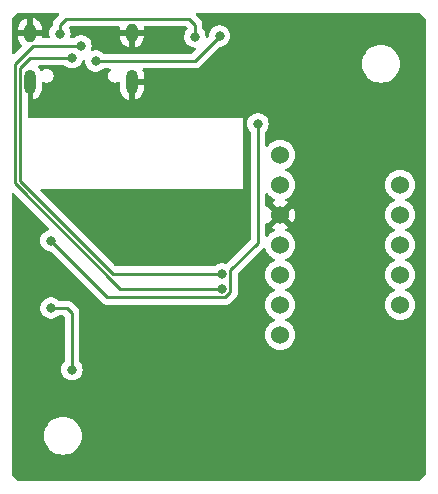
<source format=gbr>
%TF.GenerationSoftware,KiCad,Pcbnew,7.0.8*%
%TF.CreationDate,2024-11-10T19:19:34+09:00*%
%TF.ProjectId,JellyTracker_V0.5.0,4a656c6c-7954-4726-9163-6b65725f5630,rev?*%
%TF.SameCoordinates,Original*%
%TF.FileFunction,Copper,L2,Bot*%
%TF.FilePolarity,Positive*%
%FSLAX46Y46*%
G04 Gerber Fmt 4.6, Leading zero omitted, Abs format (unit mm)*
G04 Created by KiCad (PCBNEW 7.0.8) date 2024-11-10 19:19:34*
%MOMM*%
%LPD*%
G01*
G04 APERTURE LIST*
%TA.AperFunction,ComponentPad*%
%ADD10O,1.000000X2.100000*%
%TD*%
%TA.AperFunction,ComponentPad*%
%ADD11O,1.000000X1.600000*%
%TD*%
%TA.AperFunction,ComponentPad*%
%ADD12C,1.524000*%
%TD*%
%TA.AperFunction,ViaPad*%
%ADD13C,0.800000*%
%TD*%
%TA.AperFunction,Conductor*%
%ADD14C,0.250000*%
%TD*%
G04 APERTURE END LIST*
D10*
%TO.P,J1,S1,SHIELD*%
%TO.N,GND*%
X10416000Y-6126000D03*
D11*
X10416000Y-1946000D03*
D10*
X1776000Y-6126000D03*
D11*
X1776000Y-1946000D03*
%TD*%
D12*
%TO.P,U2,1,VIN*%
%TO.N,unconnected-(U2-VIN-Pad1)*%
X22960000Y-12292000D03*
%TO.P,U2,2,3V3*%
%TO.N,3.3V*%
X22960000Y-14832000D03*
%TO.P,U2,3,GND*%
%TO.N,GND*%
X22960000Y-17372000D03*
%TO.P,U2,4,SCL*%
%TO.N,SCL*%
X22960000Y-19912000D03*
%TO.P,U2,5,SDA*%
%TO.N,SDA*%
X22960000Y-22452000D03*
%TO.P,U2,6,CS*%
%TO.N,unconnected-(U2-CS-Pad6)*%
X22960000Y-24992000D03*
%TO.P,U2,7,SDO*%
%TO.N,unconnected-(U2-SDO-Pad7)*%
X22960000Y-27532000D03*
%TO.P,U2,8,OCS*%
%TO.N,unconnected-(U2-OCS-Pad8)*%
X33120000Y-14832000D03*
%TO.P,U2,9,INT2*%
%TO.N,unconnected-(U2-INT2-Pad9)*%
X33120000Y-17372000D03*
%TO.P,U2,10,INT1*%
%TO.N,unconnected-(U2-INT1-Pad10)*%
X33120000Y-19912000D03*
%TO.P,U2,11,SCX*%
%TO.N,unconnected-(U2-SCX-Pad11)*%
X33120000Y-22452000D03*
%TO.P,U2,12,SDX*%
%TO.N,unconnected-(U2-SDX-Pad12)*%
X33120000Y-24992000D03*
%TD*%
D13*
%TO.N,Net-(J1-CC1)*%
X7346000Y-4338000D03*
X17838500Y-2231719D03*
%TO.N,D+*%
X5334000Y-4064000D03*
X18034000Y-22352000D03*
%TO.N,D-*%
X18034000Y-23622000D03*
X6096000Y-3048000D03*
%TO.N,Net-(J1-CC2)*%
X15748000Y-2286000D03*
X4318000Y-2032000D03*
%TO.N,NotLow*%
X5334000Y-30480000D03*
X3556000Y-25256000D03*
%TO.N,EN{slash}ESP*%
X3556000Y-19558000D03*
X21082000Y-9652000D03*
%TO.N,GND*%
X1270000Y-35560000D03*
X15240000Y-19050000D03*
X29210000Y-27940000D03*
X33020000Y-31750000D03*
X24892000Y-17272000D03*
X24384000Y-5080000D03*
X34290000Y-1270000D03*
X10160000Y-16510000D03*
X12700000Y-16510000D03*
X29210000Y-16510000D03*
X24130000Y-31750000D03*
X29210000Y-20320000D03*
X1270000Y-31750000D03*
X7620000Y-35560000D03*
X10668000Y-28194000D03*
X15240000Y-16510000D03*
X29210000Y-31750000D03*
X33020000Y-8890000D03*
X10160000Y-19050000D03*
X29210000Y-24130000D03*
X33020000Y-12700000D03*
X17780000Y-39370000D03*
X12700000Y-19050000D03*
X12700000Y-39370000D03*
X24130000Y-35560000D03*
X17780000Y-16510000D03*
X17780000Y-35560000D03*
X24130000Y-39370000D03*
X7620000Y-16510000D03*
X29210000Y-12700000D03*
X29210000Y-8890000D03*
X12700000Y-35560000D03*
X16256000Y-28194000D03*
X33020000Y-27940000D03*
X7620000Y-39370000D03*
X1270000Y-39370000D03*
X29210000Y-1270000D03*
%TD*%
D14*
%TO.N,Net-(J1-CC1)*%
X17838500Y-2231719D02*
X15732219Y-4338000D01*
X17580281Y-2231719D02*
X17838500Y-2231719D01*
X15732219Y-4338000D02*
X7346000Y-4338000D01*
%TO.N,D+*%
X951000Y-4891000D02*
X1778000Y-4064000D01*
X8801222Y-22352000D02*
X951000Y-14501778D01*
X951000Y-14501778D02*
X951000Y-4891000D01*
X18034000Y-22352000D02*
X8801222Y-22352000D01*
X1778000Y-4064000D02*
X5334000Y-4064000D01*
%TO.N,D-*%
X9434826Y-23622000D02*
X501000Y-14688174D01*
X501000Y-14688174D02*
X501000Y-4579000D01*
X18034000Y-23622000D02*
X9434826Y-23622000D01*
X2032000Y-3048000D02*
X6096000Y-3048000D01*
X501000Y-4579000D02*
X2032000Y-3048000D01*
%TO.N,Net-(J1-CC2)*%
X15748000Y-1270000D02*
X15240000Y-762000D01*
X15748000Y-2286000D02*
X15748000Y-1270000D01*
X4318000Y-1270000D02*
X4318000Y-2032000D01*
X4826000Y-762000D02*
X4318000Y-1270000D01*
X15240000Y-762000D02*
X4826000Y-762000D01*
%TO.N,NotLow*%
X5334000Y-25654000D02*
X5334000Y-30480000D01*
X3556000Y-25256000D02*
X4936000Y-25256000D01*
X4936000Y-25256000D02*
X5334000Y-25654000D01*
%TO.N,EN{slash}ESP*%
X18759000Y-22051695D02*
X18759000Y-23922305D01*
X18759000Y-23922305D02*
X18334305Y-24347000D01*
X18334305Y-24347000D02*
X8345000Y-24347000D01*
X8345000Y-24347000D02*
X3556000Y-19558000D01*
X21082000Y-9652000D02*
X21082000Y-19728695D01*
X21082000Y-19728695D02*
X18759000Y-22051695D01*
%TO.N,GND*%
X24892000Y-5588000D02*
X24384000Y-5080000D01*
X10668000Y-28194000D02*
X16256000Y-28194000D01*
X24892000Y-17272000D02*
X24892000Y-5588000D01*
%TD*%
%TA.AperFunction,Conductor*%
%TO.N,GND*%
G36*
X34813677Y-273685D02*
G01*
X34834319Y-290319D01*
X35269681Y-725681D01*
X35303166Y-787004D01*
X35306000Y-813362D01*
X35306000Y-39318638D01*
X35286315Y-39385677D01*
X35269681Y-39406319D01*
X34834319Y-39841681D01*
X34772996Y-39875166D01*
X34746638Y-39878000D01*
X813362Y-39878000D01*
X746323Y-39858315D01*
X725681Y-39841681D01*
X290319Y-39406319D01*
X256834Y-39344996D01*
X254000Y-39318638D01*
X254000Y-36068000D01*
X2966551Y-36068000D01*
X2986317Y-36319151D01*
X3045126Y-36564110D01*
X3141533Y-36796859D01*
X3273160Y-37011653D01*
X3273161Y-37011656D01*
X3273164Y-37011659D01*
X3436776Y-37203224D01*
X3585066Y-37329875D01*
X3628343Y-37366838D01*
X3628346Y-37366839D01*
X3843140Y-37498466D01*
X4075889Y-37594873D01*
X4320852Y-37653683D01*
X4476950Y-37665968D01*
X4509116Y-37668500D01*
X4509118Y-37668500D01*
X4634884Y-37668500D01*
X4664518Y-37666167D01*
X4823148Y-37653683D01*
X5068111Y-37594873D01*
X5300859Y-37498466D01*
X5515659Y-37366836D01*
X5707224Y-37203224D01*
X5870836Y-37011659D01*
X6002466Y-36796859D01*
X6098873Y-36564111D01*
X6157683Y-36319148D01*
X6177449Y-36068000D01*
X6157683Y-35816852D01*
X6098873Y-35571889D01*
X6002466Y-35339141D01*
X6002466Y-35339140D01*
X5870839Y-35124346D01*
X5870838Y-35124343D01*
X5833875Y-35081066D01*
X5707224Y-34932776D01*
X5580571Y-34824604D01*
X5515656Y-34769161D01*
X5515653Y-34769160D01*
X5300859Y-34637533D01*
X5068110Y-34541126D01*
X4823150Y-34482317D01*
X4634884Y-34467500D01*
X4634882Y-34467500D01*
X4509118Y-34467500D01*
X4509116Y-34467500D01*
X4320849Y-34482317D01*
X4075889Y-34541126D01*
X3843140Y-34637533D01*
X3628346Y-34769160D01*
X3628343Y-34769161D01*
X3436776Y-34932776D01*
X3273161Y-35124343D01*
X3273160Y-35124346D01*
X3141533Y-35339140D01*
X3045126Y-35571889D01*
X2986317Y-35816848D01*
X2966551Y-36068000D01*
X254000Y-36068000D01*
X254000Y-25256000D01*
X2650540Y-25256000D01*
X2670326Y-25444256D01*
X2670327Y-25444259D01*
X2728818Y-25624277D01*
X2728821Y-25624284D01*
X2823467Y-25788216D01*
X2925185Y-25901185D01*
X2950129Y-25928888D01*
X3103265Y-26040148D01*
X3103270Y-26040151D01*
X3276192Y-26117142D01*
X3276197Y-26117144D01*
X3461354Y-26156500D01*
X3461355Y-26156500D01*
X3650644Y-26156500D01*
X3650646Y-26156500D01*
X3835803Y-26117144D01*
X4008730Y-26040151D01*
X4161871Y-25928888D01*
X4164788Y-25925647D01*
X4167600Y-25922526D01*
X4227087Y-25885879D01*
X4259748Y-25881500D01*
X4584500Y-25881500D01*
X4651539Y-25901185D01*
X4697294Y-25953989D01*
X4708500Y-26005500D01*
X4708500Y-29781312D01*
X4688815Y-29848351D01*
X4676650Y-29864284D01*
X4601466Y-29947784D01*
X4506821Y-30111715D01*
X4506818Y-30111722D01*
X4448327Y-30291740D01*
X4448326Y-30291744D01*
X4428540Y-30480000D01*
X4448326Y-30668256D01*
X4448327Y-30668259D01*
X4506818Y-30848277D01*
X4506821Y-30848284D01*
X4601467Y-31012216D01*
X4728129Y-31152888D01*
X4881265Y-31264148D01*
X4881270Y-31264151D01*
X5054192Y-31341142D01*
X5054197Y-31341144D01*
X5239354Y-31380500D01*
X5239355Y-31380500D01*
X5428644Y-31380500D01*
X5428646Y-31380500D01*
X5613803Y-31341144D01*
X5786730Y-31264151D01*
X5939871Y-31152888D01*
X6066533Y-31012216D01*
X6161179Y-30848284D01*
X6219674Y-30668256D01*
X6239460Y-30480000D01*
X6219674Y-30291744D01*
X6161179Y-30111716D01*
X6066533Y-29947784D01*
X5991350Y-29864284D01*
X5961120Y-29801292D01*
X5959500Y-29781312D01*
X5959500Y-25736742D01*
X5961224Y-25721122D01*
X5960939Y-25721096D01*
X5961671Y-25713340D01*
X5961673Y-25713333D01*
X5959500Y-25644185D01*
X5959500Y-25614650D01*
X5958631Y-25607772D01*
X5958172Y-25601943D01*
X5956709Y-25555372D01*
X5951122Y-25536144D01*
X5947174Y-25517084D01*
X5944663Y-25497204D01*
X5927512Y-25453887D01*
X5925619Y-25448358D01*
X5912618Y-25403609D01*
X5912616Y-25403606D01*
X5902423Y-25386371D01*
X5893861Y-25368894D01*
X5886487Y-25350270D01*
X5886486Y-25350268D01*
X5859079Y-25312545D01*
X5855888Y-25307686D01*
X5832172Y-25267583D01*
X5832166Y-25267575D01*
X5818007Y-25253417D01*
X5805370Y-25238622D01*
X5793594Y-25222413D01*
X5757690Y-25192710D01*
X5753368Y-25188777D01*
X5436806Y-24872216D01*
X5426981Y-24859952D01*
X5426760Y-24860136D01*
X5421785Y-24854121D01*
X5388813Y-24823159D01*
X5371364Y-24806773D01*
X5360831Y-24796240D01*
X5350475Y-24785883D01*
X5344986Y-24781625D01*
X5340561Y-24777847D01*
X5306582Y-24745938D01*
X5306580Y-24745936D01*
X5306577Y-24745935D01*
X5289029Y-24736288D01*
X5272763Y-24725604D01*
X5256933Y-24713325D01*
X5214168Y-24694818D01*
X5208922Y-24692248D01*
X5168093Y-24669803D01*
X5168092Y-24669802D01*
X5148693Y-24664822D01*
X5130281Y-24658518D01*
X5111898Y-24650562D01*
X5111892Y-24650560D01*
X5065874Y-24643272D01*
X5060152Y-24642087D01*
X5015021Y-24630500D01*
X5015019Y-24630500D01*
X4994984Y-24630500D01*
X4975586Y-24628973D01*
X4968162Y-24627797D01*
X4955805Y-24625840D01*
X4955804Y-24625840D01*
X4909416Y-24630225D01*
X4903578Y-24630500D01*
X4259748Y-24630500D01*
X4192709Y-24610815D01*
X4167600Y-24589474D01*
X4161873Y-24583114D01*
X4161869Y-24583110D01*
X4008734Y-24471851D01*
X4008729Y-24471848D01*
X3835807Y-24394857D01*
X3835802Y-24394855D01*
X3664007Y-24358340D01*
X3650646Y-24355500D01*
X3461354Y-24355500D01*
X3447993Y-24358340D01*
X3276197Y-24394855D01*
X3276192Y-24394857D01*
X3103270Y-24471848D01*
X3103265Y-24471851D01*
X2950129Y-24583111D01*
X2823466Y-24723785D01*
X2728821Y-24887715D01*
X2728818Y-24887722D01*
X2694936Y-24992002D01*
X2670326Y-25067744D01*
X2650540Y-25256000D01*
X254000Y-25256000D01*
X254000Y-15625126D01*
X273685Y-15558087D01*
X326489Y-15512332D01*
X395647Y-15502388D01*
X459203Y-15531413D01*
X465681Y-15537445D01*
X3402443Y-18474207D01*
X3435928Y-18535530D01*
X3430944Y-18605222D01*
X3389072Y-18661155D01*
X3340544Y-18683178D01*
X3276196Y-18696856D01*
X3276192Y-18696857D01*
X3103270Y-18773848D01*
X3103265Y-18773851D01*
X2950129Y-18885111D01*
X2823466Y-19025785D01*
X2728821Y-19189715D01*
X2728818Y-19189722D01*
X2670327Y-19369740D01*
X2670326Y-19369744D01*
X2650540Y-19558000D01*
X2670326Y-19746256D01*
X2670327Y-19746259D01*
X2728818Y-19926277D01*
X2728821Y-19926284D01*
X2823467Y-20090216D01*
X2935356Y-20214481D01*
X2950129Y-20230888D01*
X3103265Y-20342148D01*
X3103270Y-20342151D01*
X3276192Y-20419142D01*
X3276197Y-20419144D01*
X3461354Y-20458500D01*
X3520548Y-20458500D01*
X3587587Y-20478185D01*
X3608229Y-20494819D01*
X7844194Y-24730784D01*
X7854019Y-24743048D01*
X7854240Y-24742866D01*
X7859210Y-24748873D01*
X7859213Y-24748876D01*
X7859214Y-24748877D01*
X7909651Y-24796241D01*
X7930530Y-24817120D01*
X7936004Y-24821366D01*
X7940442Y-24825156D01*
X7974418Y-24857062D01*
X7974422Y-24857064D01*
X7991973Y-24866713D01*
X8008231Y-24877392D01*
X8024064Y-24889674D01*
X8046015Y-24899172D01*
X8066837Y-24908183D01*
X8072081Y-24910752D01*
X8112908Y-24933197D01*
X8132312Y-24938179D01*
X8150710Y-24944478D01*
X8169105Y-24952438D01*
X8215129Y-24959726D01*
X8220832Y-24960907D01*
X8265981Y-24972500D01*
X8286016Y-24972500D01*
X8305413Y-24974026D01*
X8325196Y-24977160D01*
X8371584Y-24972775D01*
X8377422Y-24972500D01*
X18251562Y-24972500D01*
X18267182Y-24974224D01*
X18267209Y-24973939D01*
X18274965Y-24974671D01*
X18274972Y-24974673D01*
X18344119Y-24972500D01*
X18373655Y-24972500D01*
X18380533Y-24971630D01*
X18386346Y-24971172D01*
X18432932Y-24969709D01*
X18452174Y-24964117D01*
X18471217Y-24960174D01*
X18491097Y-24957664D01*
X18534427Y-24940507D01*
X18539951Y-24938617D01*
X18543701Y-24937527D01*
X18584695Y-24925618D01*
X18601934Y-24915422D01*
X18619408Y-24906862D01*
X18638032Y-24899488D01*
X18638032Y-24899487D01*
X18638037Y-24899486D01*
X18675754Y-24872082D01*
X18680610Y-24868892D01*
X18720725Y-24845170D01*
X18734894Y-24830999D01*
X18749684Y-24818368D01*
X18765892Y-24806594D01*
X18795604Y-24770676D01*
X18799517Y-24766376D01*
X19142785Y-24423108D01*
X19155041Y-24413292D01*
X19154858Y-24413070D01*
X19160875Y-24408092D01*
X19160874Y-24408092D01*
X19160877Y-24408091D01*
X19185251Y-24382134D01*
X19208227Y-24357669D01*
X19218671Y-24347223D01*
X19229120Y-24336776D01*
X19233379Y-24331283D01*
X19237152Y-24326866D01*
X19269062Y-24292887D01*
X19278713Y-24275329D01*
X19289396Y-24259066D01*
X19301673Y-24243241D01*
X19320185Y-24200458D01*
X19322738Y-24195246D01*
X19345197Y-24154397D01*
X19350180Y-24134985D01*
X19356481Y-24116585D01*
X19364437Y-24098201D01*
X19371729Y-24052157D01*
X19372906Y-24046476D01*
X19384500Y-24001324D01*
X19384500Y-23981288D01*
X19386027Y-23961887D01*
X19389160Y-23942109D01*
X19384775Y-23895720D01*
X19384500Y-23889882D01*
X19384500Y-22362147D01*
X19404185Y-22295108D01*
X19420819Y-22274466D01*
X20434179Y-21261106D01*
X21465788Y-20229496D01*
X21478042Y-20219681D01*
X21477859Y-20219459D01*
X21483869Y-20214485D01*
X21483877Y-20214481D01*
X21525977Y-20169649D01*
X21586218Y-20134254D01*
X21656031Y-20137046D01*
X21713253Y-20177140D01*
X21736144Y-20222438D01*
X21769104Y-20345444D01*
X21769105Y-20345446D01*
X21769106Y-20345450D01*
X21803469Y-20419142D01*
X21862466Y-20545662D01*
X21862468Y-20545666D01*
X21989170Y-20726615D01*
X21989175Y-20726621D01*
X22145378Y-20882824D01*
X22145384Y-20882829D01*
X22326333Y-21009531D01*
X22326335Y-21009532D01*
X22326338Y-21009534D01*
X22445748Y-21065215D01*
X22455189Y-21069618D01*
X22507628Y-21115790D01*
X22526780Y-21182984D01*
X22506564Y-21249865D01*
X22455189Y-21294382D01*
X22326340Y-21354465D01*
X22326338Y-21354466D01*
X22145377Y-21481175D01*
X21989175Y-21637377D01*
X21862466Y-21818338D01*
X21862465Y-21818340D01*
X21769107Y-22018548D01*
X21769104Y-22018554D01*
X21711930Y-22231929D01*
X21711929Y-22231937D01*
X21692677Y-22451997D01*
X21692677Y-22452002D01*
X21711929Y-22672062D01*
X21711930Y-22672070D01*
X21769104Y-22885445D01*
X21769105Y-22885447D01*
X21769106Y-22885450D01*
X21820889Y-22996500D01*
X21862466Y-23085662D01*
X21862468Y-23085666D01*
X21989170Y-23266615D01*
X21989175Y-23266621D01*
X22145378Y-23422824D01*
X22145384Y-23422829D01*
X22326333Y-23549531D01*
X22326335Y-23549532D01*
X22326338Y-23549534D01*
X22445748Y-23605215D01*
X22455189Y-23609618D01*
X22507628Y-23655790D01*
X22526780Y-23722984D01*
X22506564Y-23789865D01*
X22455189Y-23834382D01*
X22326340Y-23894465D01*
X22326338Y-23894466D01*
X22145377Y-24021175D01*
X21989175Y-24177377D01*
X21862466Y-24358338D01*
X21862465Y-24358340D01*
X21769107Y-24558548D01*
X21769104Y-24558554D01*
X21711930Y-24771929D01*
X21711929Y-24771937D01*
X21692677Y-24991997D01*
X21692677Y-24992002D01*
X21711929Y-25212062D01*
X21711930Y-25212070D01*
X21769104Y-25425445D01*
X21769105Y-25425447D01*
X21769106Y-25425450D01*
X21829690Y-25555373D01*
X21862466Y-25625662D01*
X21862468Y-25625666D01*
X21989170Y-25806615D01*
X21989175Y-25806621D01*
X22145378Y-25962824D01*
X22145384Y-25962829D01*
X22326333Y-26089531D01*
X22326335Y-26089532D01*
X22326338Y-26089534D01*
X22445748Y-26145215D01*
X22455189Y-26149618D01*
X22507628Y-26195790D01*
X22526780Y-26262984D01*
X22506564Y-26329865D01*
X22455189Y-26374382D01*
X22326340Y-26434465D01*
X22326338Y-26434466D01*
X22145377Y-26561175D01*
X21989175Y-26717377D01*
X21862466Y-26898338D01*
X21862465Y-26898340D01*
X21769107Y-27098548D01*
X21769104Y-27098554D01*
X21711930Y-27311929D01*
X21711929Y-27311937D01*
X21692677Y-27531997D01*
X21692677Y-27532002D01*
X21711929Y-27752062D01*
X21711930Y-27752070D01*
X21769104Y-27965445D01*
X21769105Y-27965447D01*
X21769106Y-27965450D01*
X21862466Y-28165662D01*
X21862468Y-28165666D01*
X21989170Y-28346615D01*
X21989175Y-28346621D01*
X22145378Y-28502824D01*
X22145384Y-28502829D01*
X22326333Y-28629531D01*
X22326335Y-28629532D01*
X22326338Y-28629534D01*
X22526550Y-28722894D01*
X22739932Y-28780070D01*
X22897123Y-28793822D01*
X22959998Y-28799323D01*
X22960000Y-28799323D01*
X22960002Y-28799323D01*
X23015017Y-28794509D01*
X23180068Y-28780070D01*
X23393450Y-28722894D01*
X23593662Y-28629534D01*
X23774620Y-28502826D01*
X23930826Y-28346620D01*
X24057534Y-28165662D01*
X24150894Y-27965450D01*
X24208070Y-27752068D01*
X24227323Y-27532000D01*
X24208070Y-27311932D01*
X24150894Y-27098550D01*
X24057534Y-26898339D01*
X23930826Y-26717380D01*
X23774620Y-26561174D01*
X23774616Y-26561171D01*
X23774615Y-26561170D01*
X23593666Y-26434468D01*
X23593658Y-26434464D01*
X23464811Y-26374382D01*
X23412371Y-26328210D01*
X23393219Y-26261017D01*
X23413435Y-26194135D01*
X23464811Y-26149618D01*
X23470802Y-26146824D01*
X23593662Y-26089534D01*
X23774620Y-25962826D01*
X23930826Y-25806620D01*
X24057534Y-25625662D01*
X24150894Y-25425450D01*
X24208070Y-25212068D01*
X24227323Y-24992002D01*
X31852677Y-24992002D01*
X31871929Y-25212062D01*
X31871930Y-25212070D01*
X31929104Y-25425445D01*
X31929105Y-25425447D01*
X31929106Y-25425450D01*
X31989690Y-25555373D01*
X32022466Y-25625662D01*
X32022468Y-25625666D01*
X32149170Y-25806615D01*
X32149175Y-25806621D01*
X32305378Y-25962824D01*
X32305384Y-25962829D01*
X32486333Y-26089531D01*
X32486335Y-26089532D01*
X32486338Y-26089534D01*
X32686550Y-26182894D01*
X32899932Y-26240070D01*
X33057123Y-26253822D01*
X33119998Y-26259323D01*
X33120000Y-26259323D01*
X33120002Y-26259323D01*
X33175017Y-26254509D01*
X33340068Y-26240070D01*
X33553450Y-26182894D01*
X33753662Y-26089534D01*
X33934620Y-25962826D01*
X34090826Y-25806620D01*
X34217534Y-25625662D01*
X34310894Y-25425450D01*
X34368070Y-25212068D01*
X34387323Y-24992000D01*
X34384499Y-24959726D01*
X34378200Y-24887722D01*
X34368070Y-24771932D01*
X34310894Y-24558550D01*
X34217534Y-24358339D01*
X34136941Y-24243240D01*
X34090827Y-24177381D01*
X34030023Y-24116577D01*
X33934620Y-24021174D01*
X33934616Y-24021171D01*
X33934615Y-24021170D01*
X33753666Y-23894468D01*
X33753658Y-23894464D01*
X33624811Y-23834382D01*
X33572371Y-23788210D01*
X33553219Y-23721017D01*
X33573435Y-23654135D01*
X33624811Y-23609618D01*
X33630802Y-23606824D01*
X33753662Y-23549534D01*
X33934620Y-23422826D01*
X34090826Y-23266620D01*
X34217534Y-23085662D01*
X34310894Y-22885450D01*
X34368070Y-22672068D01*
X34387323Y-22452000D01*
X34368070Y-22231932D01*
X34310894Y-22018550D01*
X34217534Y-21818339D01*
X34139445Y-21706815D01*
X34090827Y-21637381D01*
X34021294Y-21567848D01*
X33934620Y-21481174D01*
X33934616Y-21481171D01*
X33934615Y-21481170D01*
X33753666Y-21354468D01*
X33753658Y-21354464D01*
X33624811Y-21294382D01*
X33572371Y-21248210D01*
X33553219Y-21181017D01*
X33573435Y-21114135D01*
X33624811Y-21069618D01*
X33630802Y-21066824D01*
X33753662Y-21009534D01*
X33934620Y-20882826D01*
X34090826Y-20726620D01*
X34217534Y-20545662D01*
X34310894Y-20345450D01*
X34368070Y-20132068D01*
X34383055Y-19960787D01*
X34387323Y-19912002D01*
X34387323Y-19911997D01*
X34372823Y-19746259D01*
X34368070Y-19691932D01*
X34310894Y-19478550D01*
X34217534Y-19278339D01*
X34146925Y-19177498D01*
X34090827Y-19097381D01*
X34019230Y-19025784D01*
X33934620Y-18941174D01*
X33934616Y-18941171D01*
X33934615Y-18941170D01*
X33753666Y-18814468D01*
X33753658Y-18814464D01*
X33624811Y-18754382D01*
X33572371Y-18708210D01*
X33553219Y-18641017D01*
X33573435Y-18574135D01*
X33624811Y-18529618D01*
X33630802Y-18526824D01*
X33753662Y-18469534D01*
X33934620Y-18342826D01*
X34090826Y-18186620D01*
X34217534Y-18005662D01*
X34310894Y-17805450D01*
X34368070Y-17592068D01*
X34387323Y-17372000D01*
X34384532Y-17340102D01*
X34373748Y-17216838D01*
X34368070Y-17151932D01*
X34310894Y-16938550D01*
X34217534Y-16738339D01*
X34090826Y-16557380D01*
X33934620Y-16401174D01*
X33934616Y-16401171D01*
X33934615Y-16401170D01*
X33753666Y-16274468D01*
X33753658Y-16274464D01*
X33624811Y-16214382D01*
X33572371Y-16168210D01*
X33553219Y-16101017D01*
X33573435Y-16034135D01*
X33624811Y-15989618D01*
X33630802Y-15986824D01*
X33753662Y-15929534D01*
X33934620Y-15802826D01*
X34090826Y-15646620D01*
X34217534Y-15465662D01*
X34310894Y-15265450D01*
X34368070Y-15052068D01*
X34387323Y-14832000D01*
X34385871Y-14815407D01*
X34369549Y-14628841D01*
X34368070Y-14611932D01*
X34310894Y-14398550D01*
X34217534Y-14198339D01*
X34146925Y-14097498D01*
X34090827Y-14017381D01*
X34090823Y-14017377D01*
X33934620Y-13861174D01*
X33934616Y-13861171D01*
X33934615Y-13861170D01*
X33753666Y-13734468D01*
X33753662Y-13734466D01*
X33753658Y-13734464D01*
X33553450Y-13641106D01*
X33553447Y-13641105D01*
X33553445Y-13641104D01*
X33340070Y-13583930D01*
X33340062Y-13583929D01*
X33120002Y-13564677D01*
X33119998Y-13564677D01*
X32899937Y-13583929D01*
X32899929Y-13583930D01*
X32686554Y-13641104D01*
X32686548Y-13641107D01*
X32486340Y-13734465D01*
X32486338Y-13734466D01*
X32305377Y-13861175D01*
X32149175Y-14017377D01*
X32022466Y-14198338D01*
X32022465Y-14198340D01*
X31929107Y-14398548D01*
X31929104Y-14398554D01*
X31871930Y-14611929D01*
X31871929Y-14611937D01*
X31852677Y-14831997D01*
X31852677Y-14832002D01*
X31871929Y-15052062D01*
X31871930Y-15052070D01*
X31929104Y-15265445D01*
X31929105Y-15265447D01*
X31929106Y-15265450D01*
X31948182Y-15306358D01*
X32022466Y-15465662D01*
X32022468Y-15465666D01*
X32149170Y-15646615D01*
X32149175Y-15646621D01*
X32305378Y-15802824D01*
X32305384Y-15802829D01*
X32486333Y-15929531D01*
X32486335Y-15929532D01*
X32486338Y-15929534D01*
X32605748Y-15985215D01*
X32615189Y-15989618D01*
X32667628Y-16035790D01*
X32686780Y-16102984D01*
X32666564Y-16169865D01*
X32615189Y-16214382D01*
X32486340Y-16274465D01*
X32486338Y-16274466D01*
X32305377Y-16401175D01*
X32149175Y-16557377D01*
X32022466Y-16738338D01*
X32022465Y-16738340D01*
X31929107Y-16938548D01*
X31929104Y-16938554D01*
X31871930Y-17151929D01*
X31871929Y-17151937D01*
X31852677Y-17371997D01*
X31852677Y-17372002D01*
X31871929Y-17592062D01*
X31871930Y-17592070D01*
X31929104Y-17805445D01*
X31929105Y-17805447D01*
X31929106Y-17805450D01*
X32022348Y-18005408D01*
X32022466Y-18005662D01*
X32022468Y-18005666D01*
X32149170Y-18186615D01*
X32149175Y-18186621D01*
X32305378Y-18342824D01*
X32305384Y-18342829D01*
X32486333Y-18469531D01*
X32486335Y-18469532D01*
X32486338Y-18469534D01*
X32605748Y-18525215D01*
X32615189Y-18529618D01*
X32667628Y-18575790D01*
X32686780Y-18642984D01*
X32666564Y-18709865D01*
X32615189Y-18754382D01*
X32486340Y-18814465D01*
X32486338Y-18814466D01*
X32305377Y-18941175D01*
X32149175Y-19097377D01*
X32022466Y-19278338D01*
X32022465Y-19278340D01*
X31929107Y-19478548D01*
X31929104Y-19478554D01*
X31871930Y-19691929D01*
X31871929Y-19691937D01*
X31852677Y-19911997D01*
X31852677Y-19912002D01*
X31871929Y-20132062D01*
X31871930Y-20132070D01*
X31929104Y-20345445D01*
X31929105Y-20345447D01*
X31929106Y-20345450D01*
X31963469Y-20419142D01*
X32022466Y-20545662D01*
X32022468Y-20545666D01*
X32149170Y-20726615D01*
X32149175Y-20726621D01*
X32305378Y-20882824D01*
X32305384Y-20882829D01*
X32486333Y-21009531D01*
X32486335Y-21009532D01*
X32486338Y-21009534D01*
X32605748Y-21065215D01*
X32615189Y-21069618D01*
X32667628Y-21115790D01*
X32686780Y-21182984D01*
X32666564Y-21249865D01*
X32615189Y-21294382D01*
X32486340Y-21354465D01*
X32486338Y-21354466D01*
X32305377Y-21481175D01*
X32149175Y-21637377D01*
X32022466Y-21818338D01*
X32022465Y-21818340D01*
X31929107Y-22018548D01*
X31929104Y-22018554D01*
X31871930Y-22231929D01*
X31871929Y-22231937D01*
X31852677Y-22451997D01*
X31852677Y-22452002D01*
X31871929Y-22672062D01*
X31871930Y-22672070D01*
X31929104Y-22885445D01*
X31929105Y-22885447D01*
X31929106Y-22885450D01*
X31980889Y-22996500D01*
X32022466Y-23085662D01*
X32022468Y-23085666D01*
X32149170Y-23266615D01*
X32149175Y-23266621D01*
X32305378Y-23422824D01*
X32305384Y-23422829D01*
X32486333Y-23549531D01*
X32486335Y-23549532D01*
X32486338Y-23549534D01*
X32605748Y-23605215D01*
X32615189Y-23609618D01*
X32667628Y-23655790D01*
X32686780Y-23722984D01*
X32666564Y-23789865D01*
X32615189Y-23834382D01*
X32486340Y-23894465D01*
X32486338Y-23894466D01*
X32305377Y-24021175D01*
X32149175Y-24177377D01*
X32022466Y-24358338D01*
X32022465Y-24358340D01*
X31929107Y-24558548D01*
X31929104Y-24558554D01*
X31871930Y-24771929D01*
X31871929Y-24771937D01*
X31852677Y-24991997D01*
X31852677Y-24992002D01*
X24227323Y-24992002D01*
X24227323Y-24992000D01*
X24224499Y-24959726D01*
X24218200Y-24887722D01*
X24208070Y-24771932D01*
X24150894Y-24558550D01*
X24057534Y-24358339D01*
X23976941Y-24243240D01*
X23930827Y-24177381D01*
X23870023Y-24116577D01*
X23774620Y-24021174D01*
X23774616Y-24021171D01*
X23774615Y-24021170D01*
X23593666Y-23894468D01*
X23593658Y-23894464D01*
X23464811Y-23834382D01*
X23412371Y-23788210D01*
X23393219Y-23721017D01*
X23413435Y-23654135D01*
X23464811Y-23609618D01*
X23470802Y-23606824D01*
X23593662Y-23549534D01*
X23774620Y-23422826D01*
X23930826Y-23266620D01*
X24057534Y-23085662D01*
X24150894Y-22885450D01*
X24208070Y-22672068D01*
X24227323Y-22452000D01*
X24208070Y-22231932D01*
X24150894Y-22018550D01*
X24057534Y-21818339D01*
X23979445Y-21706815D01*
X23930827Y-21637381D01*
X23861294Y-21567848D01*
X23774620Y-21481174D01*
X23774616Y-21481171D01*
X23774615Y-21481170D01*
X23593666Y-21354468D01*
X23593658Y-21354464D01*
X23464811Y-21294382D01*
X23412371Y-21248210D01*
X23393219Y-21181017D01*
X23413435Y-21114135D01*
X23464811Y-21069618D01*
X23470802Y-21066824D01*
X23593662Y-21009534D01*
X23774620Y-20882826D01*
X23930826Y-20726620D01*
X24057534Y-20545662D01*
X24150894Y-20345450D01*
X24208070Y-20132068D01*
X24223055Y-19960787D01*
X24227323Y-19912002D01*
X24227323Y-19911997D01*
X24212823Y-19746259D01*
X24208070Y-19691932D01*
X24150894Y-19478550D01*
X24057534Y-19278339D01*
X23986925Y-19177498D01*
X23930827Y-19097381D01*
X23859230Y-19025784D01*
X23774620Y-18941174D01*
X23774616Y-18941171D01*
X23774615Y-18941170D01*
X23593666Y-18814468D01*
X23593658Y-18814464D01*
X23464219Y-18754106D01*
X23411779Y-18707934D01*
X23392627Y-18640741D01*
X23412843Y-18573859D01*
X23464219Y-18529342D01*
X23593408Y-18469100D01*
X23593420Y-18469093D01*
X23658186Y-18423742D01*
X23658187Y-18423740D01*
X22987448Y-17753000D01*
X22991569Y-17753000D01*
X23085421Y-17737339D01*
X23197251Y-17676820D01*
X23283371Y-17583269D01*
X23334448Y-17466823D01*
X23340105Y-17398552D01*
X24011740Y-18070187D01*
X24011742Y-18070186D01*
X24057093Y-18005420D01*
X24057100Y-18005408D01*
X24150419Y-17805284D01*
X24150424Y-17805270D01*
X24207573Y-17591986D01*
X24207575Y-17591976D01*
X24226821Y-17372000D01*
X24226821Y-17371999D01*
X24207575Y-17152023D01*
X24207573Y-17152013D01*
X24150424Y-16938729D01*
X24150420Y-16938720D01*
X24057098Y-16738590D01*
X24011740Y-16673811D01*
X23344903Y-17340648D01*
X23344949Y-17340102D01*
X23313734Y-17216838D01*
X23244187Y-17110388D01*
X23143843Y-17032287D01*
X23023578Y-16991000D01*
X22987447Y-16991000D01*
X23658187Y-16320258D01*
X23593409Y-16274900D01*
X23593407Y-16274899D01*
X23464219Y-16214658D01*
X23411779Y-16168486D01*
X23392627Y-16101293D01*
X23412843Y-16034411D01*
X23464219Y-15989894D01*
X23464811Y-15989618D01*
X23593662Y-15929534D01*
X23774620Y-15802826D01*
X23930826Y-15646620D01*
X24057534Y-15465662D01*
X24150894Y-15265450D01*
X24208070Y-15052068D01*
X24227323Y-14832000D01*
X24225871Y-14815407D01*
X24209549Y-14628841D01*
X24208070Y-14611932D01*
X24150894Y-14398550D01*
X24057534Y-14198339D01*
X23986925Y-14097498D01*
X23930827Y-14017381D01*
X23930823Y-14017377D01*
X23774620Y-13861174D01*
X23774616Y-13861171D01*
X23774615Y-13861170D01*
X23593666Y-13734468D01*
X23593658Y-13734464D01*
X23464811Y-13674382D01*
X23412371Y-13628210D01*
X23393219Y-13561017D01*
X23413435Y-13494135D01*
X23464811Y-13449618D01*
X23470802Y-13446824D01*
X23593662Y-13389534D01*
X23774620Y-13262826D01*
X23930826Y-13106620D01*
X24057534Y-12925662D01*
X24150894Y-12725450D01*
X24208070Y-12512068D01*
X24227323Y-12292000D01*
X24208070Y-12071932D01*
X24150894Y-11858550D01*
X24057534Y-11658339D01*
X23986925Y-11557498D01*
X23930827Y-11477381D01*
X23930823Y-11477377D01*
X23774620Y-11321174D01*
X23774616Y-11321171D01*
X23774615Y-11321170D01*
X23593666Y-11194468D01*
X23593662Y-11194466D01*
X23593660Y-11194465D01*
X23393450Y-11101106D01*
X23393447Y-11101105D01*
X23393445Y-11101104D01*
X23180070Y-11043930D01*
X23180062Y-11043929D01*
X22960002Y-11024677D01*
X22959998Y-11024677D01*
X22739937Y-11043929D01*
X22739929Y-11043930D01*
X22526554Y-11101104D01*
X22526548Y-11101107D01*
X22326340Y-11194465D01*
X22326338Y-11194466D01*
X22145377Y-11321175D01*
X21989175Y-11477377D01*
X21933075Y-11557498D01*
X21878499Y-11601123D01*
X21809000Y-11608317D01*
X21746645Y-11576794D01*
X21711231Y-11516565D01*
X21707500Y-11486375D01*
X21707500Y-10350687D01*
X21727185Y-10283648D01*
X21739350Y-10267715D01*
X21757891Y-10247122D01*
X21814533Y-10184216D01*
X21909179Y-10020284D01*
X21967674Y-9840256D01*
X21987460Y-9652000D01*
X21967674Y-9463744D01*
X21909179Y-9283716D01*
X21814533Y-9119784D01*
X21687871Y-8979112D01*
X21687870Y-8979111D01*
X21534734Y-8867851D01*
X21534729Y-8867848D01*
X21361807Y-8790857D01*
X21361802Y-8790855D01*
X21216001Y-8759865D01*
X21176646Y-8751500D01*
X20987354Y-8751500D01*
X20954897Y-8758398D01*
X20802197Y-8790855D01*
X20802192Y-8790857D01*
X20629270Y-8867848D01*
X20629265Y-8867851D01*
X20476129Y-8979111D01*
X20349466Y-9119785D01*
X20254821Y-9283715D01*
X20254818Y-9283722D01*
X20196327Y-9463740D01*
X20196326Y-9463744D01*
X20176540Y-9652000D01*
X20196326Y-9840256D01*
X20196327Y-9840259D01*
X20254818Y-10020277D01*
X20254821Y-10020284D01*
X20349467Y-10184216D01*
X20392772Y-10232310D01*
X20424650Y-10267715D01*
X20454880Y-10330706D01*
X20456500Y-10350687D01*
X20456500Y-19418241D01*
X20436815Y-19485280D01*
X20420181Y-19505922D01*
X18458095Y-21468007D01*
X18396772Y-21501492D01*
X18327080Y-21496508D01*
X18319976Y-21493604D01*
X18313808Y-21490857D01*
X18313802Y-21490855D01*
X18168001Y-21459865D01*
X18128646Y-21451500D01*
X17939354Y-21451500D01*
X17906897Y-21458398D01*
X17754197Y-21490855D01*
X17754192Y-21490857D01*
X17581270Y-21567848D01*
X17581265Y-21567851D01*
X17428130Y-21679110D01*
X17428126Y-21679114D01*
X17422400Y-21685474D01*
X17362913Y-21722121D01*
X17330252Y-21726500D01*
X9111675Y-21726500D01*
X9044636Y-21706815D01*
X9023994Y-21690181D01*
X2701494Y-15367681D01*
X2668009Y-15306358D01*
X2672993Y-15236666D01*
X2714865Y-15180733D01*
X2780329Y-15156316D01*
X2789175Y-15156000D01*
X19782000Y-15156000D01*
X19782000Y-9156000D01*
X1782000Y-9156000D01*
X1776861Y-9156000D01*
X1726858Y-9183304D01*
X1657166Y-9178320D01*
X1601233Y-9136448D01*
X1576816Y-9070984D01*
X1576500Y-9062138D01*
X1576500Y-6901276D01*
X1639962Y-6949201D01*
X1747840Y-6979895D01*
X1859521Y-6969546D01*
X1959922Y-6919552D01*
X2026000Y-6847069D01*
X2026000Y-7649366D01*
X2027944Y-7649069D01*
X2027945Y-7649069D01*
X2218660Y-7578436D01*
X2218664Y-7578434D01*
X2391267Y-7470850D01*
X2538668Y-7330735D01*
X2538669Y-7330733D01*
X2654856Y-7163804D01*
X2735059Y-6976907D01*
X2776000Y-6777690D01*
X2776000Y-6226384D01*
X2795685Y-6159345D01*
X2848489Y-6113590D01*
X2917647Y-6103646D01*
X2947454Y-6111823D01*
X3055764Y-6156687D01*
X3168280Y-6171500D01*
X3168287Y-6171500D01*
X3243713Y-6171500D01*
X3243720Y-6171500D01*
X3356236Y-6156687D01*
X3496233Y-6098698D01*
X3616451Y-6006451D01*
X3708698Y-5886233D01*
X3766687Y-5746236D01*
X3786466Y-5596000D01*
X3766687Y-5445764D01*
X3708698Y-5305767D01*
X3616451Y-5185549D01*
X3496233Y-5093302D01*
X3496229Y-5093300D01*
X3432801Y-5067027D01*
X3356236Y-5035313D01*
X3342171Y-5033461D01*
X3243727Y-5020500D01*
X3243720Y-5020500D01*
X3168280Y-5020500D01*
X3168272Y-5020500D01*
X3055764Y-5035313D01*
X3055763Y-5035313D01*
X2915769Y-5093300D01*
X2893821Y-5110142D01*
X2844743Y-5147800D01*
X2779575Y-5172994D01*
X2711131Y-5158956D01*
X2661141Y-5110142D01*
X2660839Y-5109602D01*
X2600996Y-5001787D01*
X2508697Y-4894270D01*
X2479966Y-4830581D01*
X2490228Y-4761469D01*
X2536226Y-4708876D01*
X2602784Y-4689500D01*
X4630252Y-4689500D01*
X4697291Y-4709185D01*
X4722400Y-4730526D01*
X4728126Y-4736885D01*
X4728130Y-4736889D01*
X4881265Y-4848148D01*
X4881270Y-4848151D01*
X5054192Y-4925142D01*
X5054197Y-4925144D01*
X5239354Y-4964500D01*
X5239355Y-4964500D01*
X5428644Y-4964500D01*
X5428646Y-4964500D01*
X5613803Y-4925144D01*
X5786730Y-4848151D01*
X5939871Y-4736888D01*
X6066533Y-4596216D01*
X6161179Y-4432284D01*
X6199475Y-4314420D01*
X6238912Y-4256746D01*
X6303271Y-4229547D01*
X6372117Y-4241461D01*
X6423593Y-4288705D01*
X6440726Y-4339775D01*
X6460326Y-4526256D01*
X6460327Y-4526259D01*
X6518818Y-4706277D01*
X6518821Y-4706284D01*
X6613467Y-4870216D01*
X6704773Y-4971621D01*
X6740129Y-5010888D01*
X6893265Y-5122148D01*
X6893270Y-5122151D01*
X7066192Y-5199142D01*
X7066197Y-5199144D01*
X7251354Y-5238500D01*
X7251355Y-5238500D01*
X7440644Y-5238500D01*
X7440646Y-5238500D01*
X7625803Y-5199144D01*
X7798730Y-5122151D01*
X7951871Y-5010888D01*
X7954788Y-5007647D01*
X7957600Y-5004526D01*
X8017087Y-4967879D01*
X8049748Y-4963500D01*
X8499637Y-4963500D01*
X8566676Y-4983185D01*
X8612431Y-5035989D01*
X8622375Y-5105147D01*
X8593350Y-5168703D01*
X8576821Y-5184276D01*
X8575553Y-5185544D01*
X8575549Y-5185548D01*
X8575549Y-5185549D01*
X8485580Y-5302799D01*
X8483300Y-5305770D01*
X8425313Y-5445763D01*
X8425312Y-5445765D01*
X8405534Y-5595999D01*
X8405534Y-5596000D01*
X8425312Y-5746234D01*
X8425313Y-5746236D01*
X8476925Y-5870839D01*
X8483302Y-5886233D01*
X8575549Y-6006451D01*
X8695767Y-6098698D01*
X8835764Y-6156687D01*
X8948280Y-6171500D01*
X8948287Y-6171500D01*
X9023713Y-6171500D01*
X9023720Y-6171500D01*
X9136236Y-6156687D01*
X9244547Y-6111823D01*
X9314017Y-6104354D01*
X9376496Y-6135629D01*
X9412148Y-6195718D01*
X9416000Y-6226384D01*
X9416000Y-6726713D01*
X9431418Y-6878338D01*
X9492299Y-7072381D01*
X9492304Y-7072391D01*
X9591005Y-7250215D01*
X9591005Y-7250216D01*
X9723478Y-7404530D01*
X9723479Y-7404531D01*
X9884304Y-7529018D01*
X10066907Y-7618589D01*
X10166000Y-7644244D01*
X10166000Y-6842110D01*
X10190457Y-6881610D01*
X10279962Y-6949201D01*
X10387840Y-6979895D01*
X10499521Y-6969546D01*
X10599922Y-6919552D01*
X10666000Y-6847069D01*
X10666000Y-7649366D01*
X10667944Y-7649069D01*
X10667945Y-7649069D01*
X10858660Y-7578436D01*
X10858664Y-7578434D01*
X11031267Y-7470850D01*
X11178668Y-7330735D01*
X11178669Y-7330733D01*
X11294856Y-7163804D01*
X11375059Y-6976907D01*
X11416000Y-6777690D01*
X11416000Y-6376000D01*
X10716000Y-6376000D01*
X10716000Y-5876000D01*
X11416000Y-5876000D01*
X11416000Y-5525286D01*
X11400581Y-5373661D01*
X11339700Y-5179618D01*
X11339695Y-5179608D01*
X11321973Y-5147678D01*
X11306650Y-5079509D01*
X11330614Y-5013877D01*
X11386256Y-4971621D01*
X11430392Y-4963500D01*
X15649476Y-4963500D01*
X15665096Y-4965224D01*
X15665123Y-4964939D01*
X15672879Y-4965671D01*
X15672886Y-4965673D01*
X15742033Y-4963500D01*
X15771569Y-4963500D01*
X15778447Y-4962630D01*
X15784260Y-4962172D01*
X15830846Y-4960709D01*
X15850088Y-4955117D01*
X15869131Y-4951174D01*
X15889011Y-4948664D01*
X15932341Y-4931507D01*
X15937865Y-4929617D01*
X15953268Y-4925142D01*
X15982609Y-4916618D01*
X15999848Y-4906422D01*
X16017322Y-4897862D01*
X16035946Y-4890488D01*
X16035946Y-4890487D01*
X16035951Y-4890486D01*
X16073668Y-4863082D01*
X16078524Y-4859892D01*
X16118639Y-4836170D01*
X16132808Y-4821999D01*
X16147598Y-4809368D01*
X16163806Y-4797594D01*
X16193518Y-4761676D01*
X16197431Y-4757376D01*
X16382807Y-4572000D01*
X29890551Y-4572000D01*
X29910317Y-4823151D01*
X29969126Y-5068110D01*
X30065533Y-5300859D01*
X30197160Y-5515653D01*
X30197161Y-5515656D01*
X30197164Y-5515659D01*
X30360776Y-5707224D01*
X30509066Y-5833875D01*
X30552343Y-5870838D01*
X30552346Y-5870839D01*
X30767140Y-6002466D01*
X30999467Y-6098698D01*
X30999889Y-6098873D01*
X31244852Y-6157683D01*
X31400950Y-6169968D01*
X31433116Y-6172500D01*
X31433118Y-6172500D01*
X31558884Y-6172500D01*
X31588518Y-6170167D01*
X31747148Y-6157683D01*
X31992111Y-6098873D01*
X32224859Y-6002466D01*
X32439659Y-5870836D01*
X32631224Y-5707224D01*
X32794836Y-5515659D01*
X32926466Y-5300859D01*
X33022873Y-5068111D01*
X33081683Y-4823148D01*
X33101449Y-4572000D01*
X33081683Y-4320852D01*
X33022873Y-4075889D01*
X32966948Y-3940874D01*
X32926466Y-3843140D01*
X32794839Y-3628346D01*
X32794838Y-3628343D01*
X32753733Y-3580216D01*
X32631224Y-3436776D01*
X32482485Y-3309741D01*
X32439656Y-3273161D01*
X32439653Y-3273160D01*
X32224859Y-3141533D01*
X31992110Y-3045126D01*
X31747150Y-2986317D01*
X31558884Y-2971500D01*
X31558882Y-2971500D01*
X31433118Y-2971500D01*
X31433116Y-2971500D01*
X31244849Y-2986317D01*
X30999889Y-3045126D01*
X30767140Y-3141533D01*
X30552346Y-3273160D01*
X30552343Y-3273161D01*
X30360776Y-3436776D01*
X30197161Y-3628343D01*
X30197160Y-3628346D01*
X30065533Y-3843140D01*
X29969126Y-4075889D01*
X29910317Y-4320848D01*
X29890551Y-4572000D01*
X16382807Y-4572000D01*
X17786272Y-3168538D01*
X17847595Y-3135053D01*
X17873953Y-3132219D01*
X17933144Y-3132219D01*
X17933146Y-3132219D01*
X18118303Y-3092863D01*
X18291230Y-3015870D01*
X18444371Y-2904607D01*
X18571033Y-2763935D01*
X18665679Y-2600003D01*
X18724174Y-2419975D01*
X18743960Y-2231719D01*
X18724174Y-2043463D01*
X18665679Y-1863435D01*
X18571033Y-1699503D01*
X18444371Y-1558831D01*
X18437851Y-1554094D01*
X18291234Y-1447570D01*
X18291229Y-1447567D01*
X18118307Y-1370576D01*
X18118302Y-1370574D01*
X17960795Y-1337096D01*
X17933146Y-1331219D01*
X17743854Y-1331219D01*
X17716205Y-1337096D01*
X17558697Y-1370574D01*
X17558692Y-1370576D01*
X17385770Y-1447567D01*
X17385765Y-1447570D01*
X17232629Y-1558830D01*
X17105966Y-1699504D01*
X17011321Y-1863434D01*
X17011318Y-1863441D01*
X16952827Y-2043459D01*
X16952826Y-2043463D01*
X16947121Y-2097744D01*
X16935179Y-2211368D01*
X16908594Y-2275982D01*
X16899539Y-2286087D01*
X16860699Y-2324927D01*
X16799376Y-2358412D01*
X16729684Y-2353428D01*
X16673751Y-2311556D01*
X16649698Y-2250210D01*
X16633674Y-2097744D01*
X16575179Y-1917716D01*
X16480533Y-1753784D01*
X16405350Y-1670284D01*
X16375120Y-1607292D01*
X16373500Y-1587312D01*
X16373500Y-1352737D01*
X16375224Y-1337123D01*
X16374938Y-1337096D01*
X16375672Y-1329333D01*
X16373500Y-1260202D01*
X16373500Y-1230651D01*
X16373500Y-1230650D01*
X16372629Y-1223759D01*
X16372172Y-1217945D01*
X16371954Y-1211016D01*
X16370709Y-1171372D01*
X16365120Y-1152137D01*
X16361174Y-1133084D01*
X16358664Y-1113208D01*
X16341501Y-1069859D01*
X16339614Y-1064346D01*
X16331932Y-1037906D01*
X16326617Y-1019610D01*
X16316421Y-1002369D01*
X16307860Y-984893D01*
X16300486Y-966269D01*
X16300486Y-966267D01*
X16290474Y-952488D01*
X16273083Y-928550D01*
X16269900Y-923705D01*
X16246170Y-883579D01*
X16246165Y-883573D01*
X16232005Y-869413D01*
X16219370Y-854620D01*
X16207593Y-838412D01*
X16171693Y-808713D01*
X16167381Y-804790D01*
X15828272Y-465681D01*
X15794787Y-404358D01*
X15799771Y-334666D01*
X15841643Y-278733D01*
X15907107Y-254316D01*
X15915953Y-254000D01*
X34746638Y-254000D01*
X34813677Y-273685D01*
G37*
%TD.AperFunction*%
%TA.AperFunction,Conductor*%
G36*
X22575051Y-17403898D02*
G01*
X22606266Y-17527162D01*
X22675813Y-17633612D01*
X22776157Y-17711713D01*
X22896422Y-17753000D01*
X22932553Y-17753000D01*
X22261811Y-18423741D01*
X22326582Y-18469094D01*
X22326588Y-18469098D01*
X22455781Y-18529342D01*
X22508220Y-18575514D01*
X22527372Y-18642708D01*
X22507156Y-18709589D01*
X22455781Y-18754106D01*
X22326340Y-18814465D01*
X22326338Y-18814466D01*
X22145377Y-18941175D01*
X21989175Y-19097377D01*
X21933075Y-19177498D01*
X21878499Y-19221123D01*
X21809000Y-19228317D01*
X21746645Y-19196794D01*
X21711231Y-19136565D01*
X21707500Y-19106375D01*
X21707500Y-18176752D01*
X21727185Y-18109713D01*
X21779989Y-18063958D01*
X21849147Y-18054014D01*
X21878946Y-18067623D01*
X21908258Y-18070187D01*
X22575096Y-17403349D01*
X22575051Y-17403898D01*
G37*
%TD.AperFunction*%
%TA.AperFunction,Conductor*%
G36*
X21912703Y-15543912D02*
G01*
X21933074Y-15566501D01*
X21946605Y-15585825D01*
X21989170Y-15646615D01*
X21989175Y-15646621D01*
X22145378Y-15802824D01*
X22145384Y-15802829D01*
X22326333Y-15929531D01*
X22326335Y-15929532D01*
X22326338Y-15929534D01*
X22455189Y-15989618D01*
X22455781Y-15989894D01*
X22508220Y-16036066D01*
X22527372Y-16103260D01*
X22507156Y-16170141D01*
X22455781Y-16214658D01*
X22326586Y-16274903D01*
X22261812Y-16320257D01*
X22261811Y-16320258D01*
X22932554Y-16991000D01*
X22928431Y-16991000D01*
X22834579Y-17006661D01*
X22722749Y-17067180D01*
X22636629Y-17160731D01*
X22585552Y-17277177D01*
X22579894Y-17345447D01*
X21908258Y-16673811D01*
X21886334Y-16675730D01*
X21878497Y-16681995D01*
X21808999Y-16689187D01*
X21746644Y-16657664D01*
X21711231Y-16597434D01*
X21707500Y-16567246D01*
X21707500Y-15637625D01*
X21727185Y-15570586D01*
X21779989Y-15524831D01*
X21849147Y-15514887D01*
X21912703Y-15543912D01*
G37*
%TD.AperFunction*%
%TA.AperFunction,Conductor*%
G36*
X4217085Y-273685D02*
G01*
X4262840Y-326489D01*
X4272784Y-395647D01*
X4243759Y-459203D01*
X4237727Y-465681D01*
X3934208Y-769199D01*
X3921951Y-779020D01*
X3922134Y-779241D01*
X3916123Y-784213D01*
X3868772Y-834636D01*
X3847889Y-855519D01*
X3847877Y-855532D01*
X3843621Y-861017D01*
X3839837Y-865447D01*
X3807937Y-899418D01*
X3807936Y-899420D01*
X3798284Y-916976D01*
X3787610Y-933226D01*
X3775329Y-949061D01*
X3775324Y-949068D01*
X3756815Y-991838D01*
X3754245Y-997084D01*
X3731803Y-1037906D01*
X3726822Y-1057307D01*
X3720521Y-1075710D01*
X3712562Y-1094102D01*
X3712561Y-1094105D01*
X3705271Y-1140127D01*
X3704087Y-1145846D01*
X3692501Y-1190972D01*
X3692500Y-1190982D01*
X3692500Y-1211016D01*
X3690973Y-1230415D01*
X3687840Y-1250194D01*
X3687840Y-1250195D01*
X3692225Y-1296583D01*
X3692500Y-1302421D01*
X3692500Y-1333312D01*
X3672815Y-1400351D01*
X3660650Y-1416284D01*
X3585466Y-1499784D01*
X3490821Y-1663715D01*
X3490818Y-1663722D01*
X3432327Y-1843740D01*
X3432326Y-1843744D01*
X3424551Y-1917722D01*
X3412540Y-2032000D01*
X3432326Y-2220257D01*
X3437423Y-2235944D01*
X3445299Y-2260182D01*
X3447294Y-2330022D01*
X3411214Y-2389855D01*
X3348513Y-2420684D01*
X3327368Y-2422500D01*
X2900000Y-2422500D01*
X2832961Y-2402815D01*
X2787206Y-2350011D01*
X2776000Y-2298500D01*
X2776000Y-2196000D01*
X2076000Y-2196000D01*
X2076000Y-1696000D01*
X2776000Y-1696000D01*
X2776000Y-1595286D01*
X2760581Y-1443661D01*
X2699700Y-1249618D01*
X2699695Y-1249608D01*
X2600994Y-1071784D01*
X2600994Y-1071783D01*
X2468521Y-917469D01*
X2468520Y-917468D01*
X2307695Y-792981D01*
X2125093Y-703411D01*
X2026000Y-677753D01*
X2026000Y-1479889D01*
X2001543Y-1440390D01*
X1912038Y-1372799D01*
X1804160Y-1342105D01*
X1692479Y-1352454D01*
X1592078Y-1402448D01*
X1526000Y-1474930D01*
X1526000Y-672633D01*
X1524053Y-672931D01*
X1524047Y-672933D01*
X1333342Y-743562D01*
X1333335Y-743565D01*
X1160732Y-851149D01*
X1013331Y-991264D01*
X1013330Y-991266D01*
X897143Y-1158195D01*
X816940Y-1345092D01*
X776000Y-1544309D01*
X776000Y-1696000D01*
X1476000Y-1696000D01*
X1476000Y-2196000D01*
X776000Y-2196000D01*
X776000Y-2296713D01*
X791418Y-2448338D01*
X852299Y-2642381D01*
X852304Y-2642391D01*
X951003Y-2820212D01*
X1072094Y-2961268D01*
X1100825Y-3024957D01*
X1090563Y-3094069D01*
X1065688Y-3129719D01*
X465681Y-3729727D01*
X404358Y-3763212D01*
X334667Y-3758228D01*
X278733Y-3716357D01*
X254316Y-3650892D01*
X254000Y-3642046D01*
X254000Y-813362D01*
X273685Y-746323D01*
X290319Y-725681D01*
X725681Y-290319D01*
X787004Y-256834D01*
X813362Y-254000D01*
X4150046Y-254000D01*
X4217085Y-273685D01*
G37*
%TD.AperFunction*%
%TA.AperFunction,Conductor*%
G36*
X9363190Y-1407185D02*
G01*
X9408945Y-1459989D01*
X9418889Y-1529147D01*
X9417613Y-1536462D01*
X9416000Y-1544310D01*
X9416000Y-1696000D01*
X10116000Y-1696000D01*
X10116000Y-2196000D01*
X9416000Y-2196000D01*
X9416000Y-2296713D01*
X9431418Y-2448338D01*
X9492299Y-2642381D01*
X9492304Y-2642391D01*
X9591005Y-2820215D01*
X9591005Y-2820216D01*
X9723478Y-2974530D01*
X9723479Y-2974531D01*
X9884304Y-3099018D01*
X10066907Y-3188589D01*
X10166000Y-3214244D01*
X10166000Y-2412110D01*
X10190457Y-2451610D01*
X10279962Y-2519201D01*
X10387840Y-2549895D01*
X10499521Y-2539546D01*
X10599922Y-2489552D01*
X10666000Y-2417069D01*
X10666000Y-3219365D01*
X10667944Y-3219069D01*
X10667945Y-3219069D01*
X10858660Y-3148436D01*
X10858664Y-3148434D01*
X11031267Y-3040850D01*
X11178668Y-2900735D01*
X11178669Y-2900733D01*
X11294856Y-2733804D01*
X11375059Y-2546907D01*
X11416000Y-2347690D01*
X11416000Y-2196000D01*
X10716000Y-2196000D01*
X10716000Y-1696000D01*
X11416000Y-1696000D01*
X11416000Y-1595288D01*
X11408755Y-1524046D01*
X11421556Y-1455359D01*
X11469460Y-1404496D01*
X11532119Y-1387500D01*
X14929548Y-1387500D01*
X14996587Y-1407185D01*
X15017229Y-1423819D01*
X15086181Y-1492771D01*
X15119666Y-1554094D01*
X15122500Y-1580452D01*
X15122500Y-1587312D01*
X15102815Y-1654351D01*
X15090650Y-1670284D01*
X15015466Y-1753784D01*
X14920821Y-1917715D01*
X14920818Y-1917722D01*
X14879964Y-2043459D01*
X14862326Y-2097744D01*
X14842540Y-2286000D01*
X14862326Y-2474256D01*
X14862327Y-2474259D01*
X14920818Y-2654277D01*
X14920821Y-2654284D01*
X15015467Y-2818216D01*
X15089766Y-2900733D01*
X15142129Y-2958888D01*
X15295265Y-3070148D01*
X15295270Y-3070151D01*
X15468192Y-3147142D01*
X15468197Y-3147144D01*
X15653354Y-3186500D01*
X15653355Y-3186500D01*
X15699765Y-3186500D01*
X15766804Y-3206185D01*
X15812559Y-3258989D01*
X15822503Y-3328147D01*
X15793478Y-3391703D01*
X15787446Y-3398181D01*
X15509447Y-3676181D01*
X15448124Y-3709666D01*
X15421766Y-3712500D01*
X8049748Y-3712500D01*
X7982709Y-3692815D01*
X7957600Y-3671474D01*
X7951873Y-3665114D01*
X7951869Y-3665110D01*
X7798734Y-3553851D01*
X7798729Y-3553848D01*
X7625807Y-3476857D01*
X7625802Y-3476855D01*
X7480001Y-3445865D01*
X7440646Y-3437500D01*
X7251354Y-3437500D01*
X7251352Y-3437500D01*
X7101507Y-3469350D01*
X7031840Y-3464034D01*
X6976107Y-3421896D01*
X6952002Y-3356316D01*
X6957795Y-3309746D01*
X6981674Y-3236256D01*
X7001460Y-3048000D01*
X6981674Y-2859744D01*
X6923179Y-2679716D01*
X6828533Y-2515784D01*
X6701871Y-2375112D01*
X6701870Y-2375111D01*
X6548734Y-2263851D01*
X6548729Y-2263848D01*
X6375807Y-2186857D01*
X6375802Y-2186855D01*
X6230001Y-2155865D01*
X6190646Y-2147500D01*
X6001354Y-2147500D01*
X5968897Y-2154398D01*
X5816197Y-2186855D01*
X5816192Y-2186857D01*
X5643270Y-2263848D01*
X5643265Y-2263851D01*
X5490130Y-2375110D01*
X5490126Y-2375114D01*
X5484400Y-2381474D01*
X5424913Y-2418121D01*
X5392252Y-2422500D01*
X5308632Y-2422500D01*
X5241593Y-2402815D01*
X5195838Y-2350011D01*
X5185894Y-2280853D01*
X5190699Y-2260186D01*
X5203674Y-2220256D01*
X5223460Y-2032000D01*
X5203674Y-1843744D01*
X5145179Y-1663716D01*
X5093093Y-1573500D01*
X5076620Y-1505599D01*
X5099473Y-1439573D01*
X5154394Y-1396382D01*
X5200480Y-1387500D01*
X9296151Y-1387500D01*
X9363190Y-1407185D01*
G37*
%TD.AperFunction*%
%TD*%
M02*

</source>
